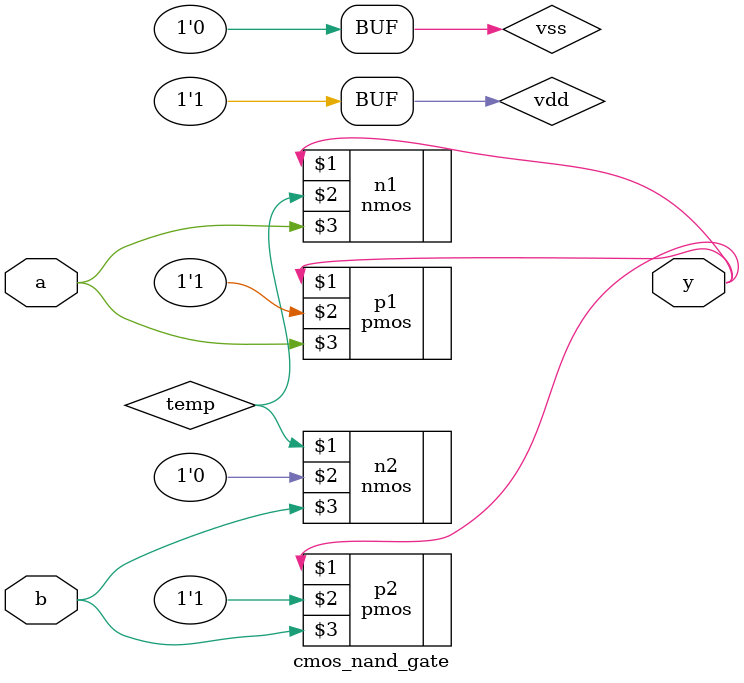
<source format=v>
`timescale 1ns / 1ps

module cmos_nand_gate(
    input a,b,
    output y
    );
    wire temp;
    supply1 vdd;
    supply0 vss;
    
    pmos p1(y,vdd,a);
    pmos p2(y,vdd,b);
    
    nmos n1(y,temp,a);
    nmos n2(temp,vss,b);
endmodule

</source>
